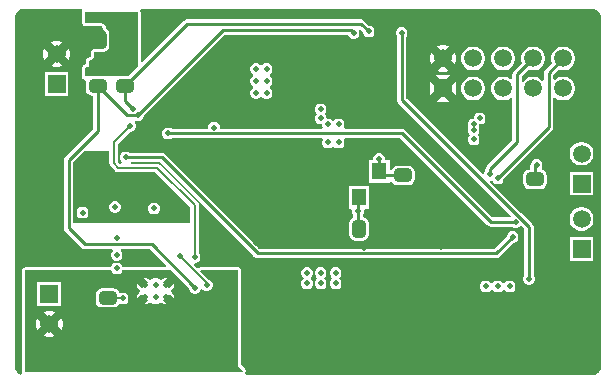
<source format=gbl>
G04*
G04 #@! TF.GenerationSoftware,Altium Limited,Altium Designer,21.9.2 (33)*
G04*
G04 Layer_Physical_Order=4*
G04 Layer_Color=16711680*
%FSLAX25Y25*%
%MOIN*%
G70*
G04*
G04 #@! TF.SameCoordinates,C0BA0E73-4C5D-4CFB-B628-C4008C3DC592*
G04*
G04*
G04 #@! TF.FilePolarity,Positive*
G04*
G01*
G75*
%ADD10C,0.01000*%
%ADD15C,0.00800*%
G04:AMPARAMS|DCode=31|XSize=43.7mil|YSize=57.87mil|CornerRadius=9.83mil|HoleSize=0mil|Usage=FLASHONLY|Rotation=90.000|XOffset=0mil|YOffset=0mil|HoleType=Round|Shape=RoundedRectangle|*
%AMROUNDEDRECTD31*
21,1,0.04370,0.03821,0,0,90.0*
21,1,0.02404,0.05787,0,0,90.0*
1,1,0.01967,0.01910,0.01202*
1,1,0.01967,0.01910,-0.01202*
1,1,0.01967,-0.01910,-0.01202*
1,1,0.01967,-0.01910,0.01202*
%
%ADD31ROUNDEDRECTD31*%
G04:AMPARAMS|DCode=32|XSize=43.7mil|YSize=57.87mil|CornerRadius=9.83mil|HoleSize=0mil|Usage=FLASHONLY|Rotation=180.000|XOffset=0mil|YOffset=0mil|HoleType=Round|Shape=RoundedRectangle|*
%AMROUNDEDRECTD32*
21,1,0.04370,0.03821,0,0,180.0*
21,1,0.02404,0.05787,0,0,180.0*
1,1,0.01967,-0.01202,0.01910*
1,1,0.01967,0.01202,0.01910*
1,1,0.01967,0.01202,-0.01910*
1,1,0.01967,-0.01202,-0.01910*
%
%ADD32ROUNDEDRECTD32*%
%ADD59C,0.01155*%
%ADD66C,0.01968*%
%ADD67R,0.05906X0.05906*%
%ADD68C,0.05906*%
%ADD69R,0.05906X0.05906*%
%ADD75R,0.04724X0.05512*%
G36*
X195364Y123847D02*
X195903Y123624D01*
X196387Y123300D01*
X196800Y122887D01*
X197124Y122403D01*
X197347Y121864D01*
X197461Y121292D01*
Y121000D01*
Y5000D01*
Y4708D01*
X197347Y4136D01*
X197124Y3598D01*
X196800Y3112D01*
X196387Y2700D01*
X195903Y2376D01*
X195364Y2153D01*
X194792Y2039D01*
X79009D01*
X78742Y2539D01*
X78789Y2610D01*
X78789Y2610D01*
X78980Y3072D01*
X78980Y3072D01*
X79058Y3462D01*
X78980Y3852D01*
X78759Y4183D01*
X77520Y5422D01*
Y37000D01*
X77442Y37390D01*
X77221Y37721D01*
X76890Y37942D01*
X76500Y38020D01*
X64172D01*
X63782Y37942D01*
X63451Y37721D01*
X62829Y37690D01*
X61778Y38740D01*
X61986Y39240D01*
X62395D01*
X63124Y39542D01*
X63682Y40100D01*
X63984Y40830D01*
Y41619D01*
X63682Y42348D01*
X63427Y42603D01*
Y58500D01*
X63427Y58500D01*
X63319Y59046D01*
X63009Y59509D01*
X50509Y72009D01*
X50046Y72319D01*
X49500Y72427D01*
X49500Y72427D01*
X40964D01*
X40712Y72927D01*
X40744Y72971D01*
X50366D01*
X81919Y41419D01*
X82415Y41087D01*
X83000Y40971D01*
X162500D01*
X163085Y41087D01*
X163581Y41419D01*
X168179Y46016D01*
X168395D01*
X169124Y46318D01*
X169682Y46876D01*
X169984Y47605D01*
Y48395D01*
X169682Y49124D01*
X169124Y49682D01*
X168395Y49984D01*
X167605D01*
X166876Y49682D01*
X166318Y49124D01*
X166016Y48395D01*
Y48179D01*
X161866Y44029D01*
X83634D01*
X52081Y75581D01*
X51585Y75913D01*
X51000Y76029D01*
X40277D01*
X40124Y76182D01*
X39395Y76484D01*
X38605D01*
X37876Y76182D01*
X37318Y75624D01*
X37016Y74895D01*
Y74105D01*
X37318Y73376D01*
X37766Y72927D01*
X37611Y72427D01*
X37091D01*
X36427Y73091D01*
Y78909D01*
X40534Y83016D01*
X40895D01*
X41624Y83318D01*
X42182Y83876D01*
X42484Y84605D01*
Y85395D01*
X42182Y86124D01*
X42048Y86258D01*
X42193Y86820D01*
X42489Y86916D01*
X42848Y86767D01*
X43637D01*
X44367Y87069D01*
X44925Y87628D01*
X45227Y88357D01*
Y88573D01*
X72124Y115471D01*
X113072D01*
X113318Y114876D01*
X113876Y114318D01*
X114605Y114016D01*
X115395D01*
X116124Y114318D01*
X116682Y114876D01*
X116984Y115605D01*
Y116395D01*
X116807Y116823D01*
X117231Y117106D01*
X118016Y116321D01*
Y116105D01*
X118318Y115376D01*
X118876Y114818D01*
X119605Y114516D01*
X120395D01*
X121124Y114818D01*
X121682Y115376D01*
X121984Y116105D01*
Y116895D01*
X121682Y117624D01*
X121124Y118182D01*
X120395Y118484D01*
X120179D01*
X118581Y120081D01*
X118085Y120413D01*
X117500Y120529D01*
X59423D01*
X58838Y120413D01*
X58342Y120081D01*
X44482Y106221D01*
X44020Y106413D01*
Y123000D01*
X43942Y123390D01*
X43895Y123461D01*
X44162Y123961D01*
X194792D01*
X195364Y123847D01*
D02*
G37*
G36*
X24605Y123461D02*
X24558Y123390D01*
X24480Y123000D01*
Y119412D01*
X24515Y119237D01*
X24543Y119061D01*
X24554Y119043D01*
X24558Y119022D01*
X24657Y118874D01*
X24750Y118722D01*
X24767Y118709D01*
X24779Y118691D01*
X24927Y118592D01*
X25071Y118487D01*
X25092Y118482D01*
X25110Y118470D01*
X25284Y118435D01*
X25458Y118393D01*
X31066Y118160D01*
X31066D01*
X31112Y118148D01*
X31162Y118146D01*
X31200Y118113D01*
X31209Y118108D01*
X31210Y118106D01*
X31255Y118066D01*
X31288Y118015D01*
X31315Y117986D01*
X31483Y117724D01*
X31494Y117696D01*
X31531Y117638D01*
X31525Y117570D01*
X31529Y117541D01*
X31527Y117517D01*
X31532Y117465D01*
X31524Y117423D01*
X31534Y117372D01*
X31530Y117317D01*
X31530Y117309D01*
X31549Y117251D01*
X31548Y117245D01*
X31553Y117229D01*
Y117200D01*
X31561Y117160D01*
X31569Y117142D01*
X31571Y117121D01*
X31591Y117085D01*
X31602Y117033D01*
X31611Y117009D01*
X31634Y116975D01*
X31669Y116866D01*
X31697Y116832D01*
X31714Y116792D01*
X31795Y116711D01*
X31814Y116675D01*
X31831Y116656D01*
X31877Y116619D01*
X31925Y116562D01*
X31958Y116536D01*
X31983Y116523D01*
X31995Y116511D01*
X32001Y116508D01*
X32044Y116465D01*
X32320Y116281D01*
X32320Y116281D01*
X32533Y115962D01*
X32628Y115486D01*
Y111865D01*
X32596Y111705D01*
X32596Y111705D01*
X32533Y111389D01*
X32320Y111070D01*
X32071Y110904D01*
X32071Y110904D01*
X32002Y110857D01*
X31525Y110763D01*
X29322D01*
X29152Y110796D01*
X29103D01*
X29097Y110799D01*
X29073Y110799D01*
X29037Y110810D01*
X28999Y110813D01*
X28961Y110810D01*
X28937Y110815D01*
X28937D01*
X28898Y110807D01*
X28853Y110811D01*
X28838Y110810D01*
X28802Y110799D01*
X28699Y110799D01*
X28690Y110797D01*
X28684Y110794D01*
X28682D01*
X28644Y110779D01*
X28603Y110775D01*
X28600Y110773D01*
X28593Y110773D01*
X28585Y110770D01*
X28495Y110722D01*
X28459Y110715D01*
X28444Y110709D01*
X28444Y110709D01*
X28444Y110709D01*
X28393Y110675D01*
X28315Y110642D01*
X28282Y110621D01*
X28281Y110619D01*
X28264Y110612D01*
X28264Y110612D01*
X28235Y110583D01*
X28235Y110583D01*
X28233Y110581D01*
X28230Y110577D01*
X28187Y110555D01*
X27905Y110323D01*
X27875Y110286D01*
X27870Y110283D01*
X27854Y110264D01*
X27823Y110243D01*
X27795Y110216D01*
X27748Y110145D01*
X27704Y110102D01*
X27696Y110089D01*
X27682Y110055D01*
X27617Y109976D01*
X27613Y109968D01*
X27611Y109961D01*
X27609Y109959D01*
X27597Y109919D01*
X27574Y109885D01*
X27573Y109882D01*
X27569Y109877D01*
X27566Y109868D01*
X27548Y109775D01*
X27532Y109747D01*
X27532Y109747D01*
X27532Y109741D01*
X27529Y109736D01*
X27524Y109721D01*
X27518Y109660D01*
X27494Y109578D01*
X27490Y109540D01*
X27494Y109502D01*
X27489Y109478D01*
X27490Y109473D01*
X27480Y109425D01*
Y108185D01*
X27480Y108185D01*
X27277Y108145D01*
X27277Y108145D01*
X27078Y108105D01*
X26910Y107992D01*
X26910Y107992D01*
X26910Y107992D01*
X26422Y107667D01*
X26310Y107498D01*
X26310Y107498D01*
X26310Y107498D01*
X25984Y107011D01*
X25830Y106237D01*
Y105600D01*
X25822Y105588D01*
X25798Y105532D01*
X25742Y105508D01*
X25730Y105500D01*
X25730Y105500D01*
X25600D01*
X25502Y105480D01*
X25401D01*
X25318Y105464D01*
X25225Y105425D01*
X25210Y105422D01*
X25198Y105414D01*
X24950Y105312D01*
X24669Y105030D01*
X24566Y104783D01*
X24558Y104770D01*
X24555Y104755D01*
X24517Y104663D01*
X24500Y104579D01*
Y104479D01*
X24480Y104380D01*
Y102500D01*
Y101500D01*
X24558Y101110D01*
X24779Y100779D01*
X25110Y100558D01*
X25500Y100480D01*
X25537D01*
X25917Y99980D01*
X25830Y99544D01*
Y97140D01*
X25984Y96367D01*
X26422Y95710D01*
X27078Y95272D01*
X27852Y95118D01*
X28233D01*
Y83896D01*
X18919Y74581D01*
X18587Y74085D01*
X18471Y73500D01*
Y51000D01*
X18587Y50415D01*
X18919Y49919D01*
X24419Y44419D01*
X24915Y44087D01*
X25500Y43971D01*
X34457D01*
X34664Y43471D01*
X34318Y43124D01*
X34016Y42395D01*
Y41605D01*
X34318Y40876D01*
X34876Y40318D01*
X35605Y40016D01*
X36395D01*
X37124Y40318D01*
X37682Y40876D01*
X37984Y41605D01*
Y42395D01*
X37682Y43124D01*
X37336Y43471D01*
X37543Y43971D01*
X47045D01*
X52534Y38482D01*
X52342Y38020D01*
X37941D01*
X37933Y38018D01*
X37682Y38624D01*
X37124Y39182D01*
X36395Y39484D01*
X35605D01*
X34876Y39182D01*
X34318Y38624D01*
X34067Y38018D01*
X34059Y38020D01*
X6153D01*
X5962Y38058D01*
X5572Y37980D01*
X5110Y37789D01*
X5110Y37789D01*
X4779Y37568D01*
X4558Y37237D01*
X4480Y36847D01*
Y3000D01*
X4558Y2610D01*
X4582Y2574D01*
X4281Y2124D01*
X4136Y2153D01*
X3598Y2376D01*
X3112Y2700D01*
X2700Y3113D01*
X2376Y3598D01*
X2153Y4136D01*
X2039Y4708D01*
Y5000D01*
Y121000D01*
Y121292D01*
X2153Y121864D01*
X2376Y122403D01*
X2700Y122887D01*
X3113Y123300D01*
X3598Y123624D01*
X4136Y123847D01*
X4708Y123961D01*
X24338D01*
X24605Y123461D01*
D02*
G37*
G36*
X43000Y104740D02*
X39826Y101566D01*
X36855D01*
X36523Y101500D01*
X32005D01*
X31673Y101566D01*
X27852D01*
X27520Y101500D01*
X25500D01*
Y104380D01*
X25517Y104464D01*
X25600Y104480D01*
X25730D01*
X25828Y104500D01*
X25929D01*
X26012Y104517D01*
X26105Y104555D01*
X26120Y104558D01*
X26132Y104566D01*
X26380Y104669D01*
X26661Y104950D01*
X26764Y105198D01*
X26772Y105210D01*
X26775Y105225D01*
X26813Y105318D01*
X26830Y105402D01*
Y105502D01*
X26850Y105600D01*
Y106136D01*
X26944Y106613D01*
X27157Y106931D01*
X27157Y106932D01*
X27157Y106932D01*
X27476Y107145D01*
X27476Y107145D01*
D01*
X27679Y107185D01*
X27772Y107223D01*
X27871Y107243D01*
X27954Y107299D01*
X28047Y107337D01*
X28118Y107408D01*
X28201Y107464D01*
X28257Y107548D01*
X28328Y107619D01*
X28367Y107711D01*
X28422Y107795D01*
X28442Y107893D01*
X28480Y107986D01*
Y108087D01*
X28500Y108185D01*
Y109425D01*
Y109425D01*
X28504Y109440D01*
Y109440D01*
X28505Y109440D01*
X28508Y109479D01*
X28512Y109487D01*
X28516Y109495D01*
X28544Y109522D01*
X28552Y109535D01*
X28834Y109767D01*
X28835Y109767D01*
X28835Y109767D01*
X28835D01*
X28849Y109773D01*
X28881Y109795D01*
X28889Y109797D01*
X28899Y109799D01*
X28937Y109795D01*
X28937D01*
X28937D01*
X28953Y109797D01*
X29124Y109763D01*
X29124D01*
X29222Y109743D01*
X31626D01*
X31724Y109763D01*
X31724D01*
X31951Y109808D01*
X32399Y109897D01*
X32568Y110010D01*
X32568Y110010D01*
X32568Y110010D01*
D01*
X32638Y110056D01*
X32887Y110222D01*
X32887Y110222D01*
X32887Y110222D01*
X33055Y110335D01*
X33168Y110504D01*
X33168Y110504D01*
X33322Y110734D01*
X33494Y110991D01*
X33596Y111506D01*
X33628Y111667D01*
Y111667D01*
X33648Y111765D01*
Y115586D01*
X33628Y115684D01*
Y115684D01*
X33583Y115911D01*
X33494Y116360D01*
X33381Y116528D01*
X33381Y116528D01*
X33168Y116847D01*
X33168Y116847D01*
X33055Y117016D01*
X32887Y117128D01*
X32887Y117128D01*
X32887D01*
X32776Y117203D01*
X32610Y117313D01*
X32594Y117333D01*
X32561Y117359D01*
X32553Y117399D01*
X32544Y117423D01*
X32543Y117430D01*
X32551Y117527D01*
X32551Y117529D01*
X32551Y117532D01*
X32553Y117558D01*
X32538Y117687D01*
X32541Y117818D01*
X32515Y117883D01*
X32507Y117953D01*
X32444Y118067D01*
X32396Y118189D01*
X32120Y118620D01*
X32023Y118722D01*
X31938Y118834D01*
X31843Y118918D01*
X31715Y118993D01*
X31595Y119080D01*
X31545Y119093D01*
X31500Y119119D01*
X31353Y119139D01*
X31209Y119174D01*
X25500Y119412D01*
Y123000D01*
X43000D01*
Y104740D01*
D02*
G37*
G36*
X33573Y72500D02*
X33573Y72500D01*
X33681Y71954D01*
X33991Y71491D01*
X35491Y69991D01*
X35954Y69681D01*
X36500Y69573D01*
X36500Y69573D01*
X48909D01*
X60573Y57909D01*
Y52500D01*
X21529D01*
Y72866D01*
X25163Y76500D01*
X33573D01*
Y72500D01*
D02*
G37*
G36*
X6000Y37000D02*
X34059D01*
X34318Y36376D01*
X34876Y35818D01*
X35605Y35516D01*
X36395D01*
X37124Y35818D01*
X37682Y36376D01*
X37941Y37000D01*
X54015D01*
X60129Y30887D01*
Y30671D01*
X60431Y29941D01*
X60989Y29383D01*
X61718Y29081D01*
X62508D01*
X63237Y29383D01*
X63795Y29941D01*
X64024Y30494D01*
X64520Y30624D01*
X64575Y30618D01*
X64958Y30236D01*
X65687Y29934D01*
X66476D01*
X67206Y30236D01*
X67764Y30794D01*
X68066Y31524D01*
Y32313D01*
X67764Y33042D01*
X67206Y33601D01*
X66715Y33804D01*
X63981Y36538D01*
X64172Y37000D01*
X76500D01*
Y5000D01*
X78038Y3462D01*
X77847Y3000D01*
X5500D01*
Y36847D01*
X5962Y37038D01*
X6000Y37000D01*
D02*
G37*
%LPC*%
G36*
X145420Y111953D02*
X144247D01*
X143115Y111649D01*
X142919Y111536D01*
X144833Y109621D01*
X146748Y111536D01*
X146552Y111649D01*
X145420Y111953D01*
D02*
G37*
G36*
X148869Y109415D02*
X146955Y107500D01*
X148869Y105585D01*
X148983Y105781D01*
X149286Y106914D01*
Y108086D01*
X148983Y109219D01*
X148869Y109415D01*
D02*
G37*
G36*
X140797Y109415D02*
X140684Y109219D01*
X140381Y108086D01*
Y106914D01*
X140684Y105781D01*
X140797Y105585D01*
X142712Y107500D01*
X140797Y109415D01*
D02*
G37*
G36*
X86395Y105984D02*
X85605D01*
X84876Y105682D01*
X84577Y105383D01*
X84250Y105168D01*
X83923Y105383D01*
X83624Y105682D01*
X82895Y105984D01*
X82105D01*
X81376Y105682D01*
X80818Y105124D01*
X80516Y104395D01*
Y103605D01*
X80818Y102876D01*
X81376Y102318D01*
X81490Y102271D01*
Y101729D01*
X81376Y101682D01*
X80818Y101124D01*
X80516Y100395D01*
Y99605D01*
X80818Y98876D01*
X81376Y98318D01*
X81490Y98271D01*
Y97729D01*
X81376Y97682D01*
X80818Y97124D01*
X80516Y96395D01*
Y95605D01*
X80818Y94876D01*
X81376Y94318D01*
X82105Y94016D01*
X82895D01*
X83624Y94318D01*
X83923Y94617D01*
X84250Y94832D01*
X84577Y94617D01*
X84876Y94318D01*
X85605Y94016D01*
X86395D01*
X87124Y94318D01*
X87682Y94876D01*
X87984Y95605D01*
Y96395D01*
X87682Y97124D01*
X87124Y97682D01*
X87010Y97729D01*
Y98271D01*
X87124Y98318D01*
X87682Y98876D01*
X87984Y99605D01*
Y100395D01*
X87682Y101124D01*
X87124Y101682D01*
X87010Y101729D01*
Y102271D01*
X87124Y102318D01*
X87682Y102876D01*
X87984Y103605D01*
Y104395D01*
X87682Y105124D01*
X87124Y105682D01*
X86395Y105984D01*
D02*
G37*
G36*
X131395Y117984D02*
X130605D01*
X129876Y117682D01*
X129318Y117124D01*
X129016Y116395D01*
Y115605D01*
X129318Y114876D01*
X129471Y114723D01*
Y93806D01*
X129587Y93221D01*
X129919Y92725D01*
X167614Y55029D01*
X167407Y54529D01*
X161287D01*
X132235Y83581D01*
X131739Y83913D01*
X131154Y84029D01*
X111989D01*
X111746Y84529D01*
X111984Y85105D01*
Y85895D01*
X111682Y86624D01*
X111124Y87182D01*
X110395Y87484D01*
X109605D01*
X108876Y87182D01*
X108577Y86883D01*
X108250Y86668D01*
X107923Y86883D01*
X107624Y87182D01*
X106895Y87484D01*
X106105D01*
X105984Y87877D01*
Y87895D01*
X105682Y88624D01*
X105306Y89000D01*
X105682Y89376D01*
X105984Y90105D01*
Y90895D01*
X105682Y91624D01*
X105124Y92182D01*
X104395Y92484D01*
X103605D01*
X102876Y92182D01*
X102318Y91624D01*
X102016Y90895D01*
Y90105D01*
X102318Y89376D01*
X102694Y89000D01*
X102318Y88624D01*
X102016Y87895D01*
Y87105D01*
X102318Y86376D01*
X102876Y85818D01*
X103605Y85516D01*
X104395D01*
X104516Y85123D01*
Y85105D01*
X104754Y84529D01*
X104511Y84029D01*
X70525D01*
X70484Y84090D01*
Y84879D01*
X70182Y85608D01*
X69624Y86166D01*
X68895Y86468D01*
X68105D01*
X67376Y86166D01*
X66818Y85608D01*
X66516Y84879D01*
Y84090D01*
X66475Y84029D01*
X54547D01*
X54394Y84182D01*
X53665Y84484D01*
X52876D01*
X52146Y84182D01*
X51588Y83624D01*
X51286Y82895D01*
Y82105D01*
X51588Y81376D01*
X52146Y80818D01*
X52876Y80516D01*
X53665D01*
X54394Y80818D01*
X54547Y80971D01*
X104511D01*
X104754Y80471D01*
X104516Y79895D01*
Y79105D01*
X104818Y78376D01*
X105376Y77818D01*
X106105Y77516D01*
X106895D01*
X107624Y77818D01*
X107923Y78117D01*
X108250Y78332D01*
X108577Y78117D01*
X108876Y77818D01*
X109605Y77516D01*
X110395D01*
X111124Y77818D01*
X111682Y78376D01*
X111984Y79105D01*
Y79895D01*
X111746Y80471D01*
X111989Y80971D01*
X130520D01*
X159572Y51919D01*
X160068Y51587D01*
X160654Y51471D01*
X167723D01*
X167876Y51318D01*
X168605Y51016D01*
X169395D01*
X170124Y51318D01*
X170682Y51876D01*
X170753Y51890D01*
X171971Y50673D01*
Y35277D01*
X171818Y35124D01*
X171516Y34395D01*
Y33605D01*
X171818Y32876D01*
X172376Y32318D01*
X173105Y32016D01*
X173895D01*
X174624Y32318D01*
X175182Y32876D01*
X175484Y33605D01*
Y34395D01*
X175182Y35124D01*
X175029Y35277D01*
Y51306D01*
X174913Y51891D01*
X174581Y52388D01*
X172066Y54903D01*
X172066Y54903D01*
X170903Y56066D01*
X170903Y56066D01*
X160632Y66337D01*
X160834Y66842D01*
X161122Y66848D01*
X161318Y66376D01*
X161876Y65818D01*
X162605Y65516D01*
X163395D01*
X164124Y65818D01*
X164682Y66376D01*
X164984Y67105D01*
Y67210D01*
X181137Y83363D01*
X181486Y83885D01*
X181608Y84500D01*
Y94428D01*
X182108Y94635D01*
X182406Y94337D01*
X183308Y93817D01*
X184313Y93547D01*
X185354D01*
X186359Y93817D01*
X187260Y94337D01*
X187996Y95073D01*
X188517Y95974D01*
X188786Y96980D01*
Y98020D01*
X188517Y99026D01*
X187996Y99927D01*
X187260Y100663D01*
X186359Y101183D01*
X185354Y101453D01*
X184313D01*
X183308Y101183D01*
X182406Y100663D01*
X182108Y100365D01*
X181608Y100572D01*
Y102000D01*
X183400Y103792D01*
X184313Y103547D01*
X185354D01*
X186359Y103817D01*
X187260Y104337D01*
X187996Y105073D01*
X188517Y105974D01*
X188786Y106980D01*
Y108020D01*
X188517Y109026D01*
X187996Y109927D01*
X187260Y110663D01*
X186359Y111183D01*
X185354Y111453D01*
X184313D01*
X183308Y111183D01*
X182406Y110663D01*
X181670Y109927D01*
X181150Y109026D01*
X180880Y108020D01*
Y106980D01*
X181125Y106067D01*
X178863Y103804D01*
X178514Y103282D01*
X178392Y102667D01*
Y100180D01*
X177892Y100032D01*
X177260Y100663D01*
X176359Y101183D01*
X175354Y101453D01*
X174313D01*
X173308Y101183D01*
X172406Y100663D01*
X171670Y99927D01*
X171608Y99820D01*
X171108Y99954D01*
Y101500D01*
X173400Y103792D01*
X174313Y103547D01*
X175354D01*
X176359Y103817D01*
X177260Y104337D01*
X177996Y105073D01*
X178517Y105974D01*
X178786Y106980D01*
Y108020D01*
X178517Y109026D01*
X177996Y109927D01*
X177260Y110663D01*
X176359Y111183D01*
X175354Y111453D01*
X174313D01*
X173308Y111183D01*
X172406Y110663D01*
X171670Y109927D01*
X171150Y109026D01*
X170880Y108020D01*
Y106980D01*
X171125Y106067D01*
X168363Y103304D01*
X168014Y102782D01*
X167892Y102167D01*
Y100685D01*
X167430Y100494D01*
X167260Y100663D01*
X166359Y101183D01*
X165354Y101453D01*
X164313D01*
X163308Y101183D01*
X162406Y100663D01*
X161670Y99927D01*
X161150Y99026D01*
X160880Y98020D01*
Y96980D01*
X161150Y95974D01*
X161670Y95073D01*
X162406Y94337D01*
X163308Y93817D01*
X164313Y93547D01*
X165354D01*
X166359Y93817D01*
X167260Y94337D01*
X167430Y94506D01*
X167892Y94315D01*
Y80166D01*
X159363Y71637D01*
X159014Y71115D01*
X158892Y70500D01*
Y70198D01*
X158818Y70124D01*
X158516Y69395D01*
Y69160D01*
X158016Y68953D01*
X132529Y94440D01*
Y114723D01*
X132682Y114876D01*
X132984Y115605D01*
Y116395D01*
X132682Y117124D01*
X132124Y117682D01*
X131395Y117984D01*
D02*
G37*
G36*
X165354Y111453D02*
X164313D01*
X163308Y111183D01*
X162406Y110663D01*
X161670Y109927D01*
X161150Y109026D01*
X160880Y108020D01*
Y106980D01*
X161150Y105974D01*
X161670Y105073D01*
X162406Y104337D01*
X163308Y103817D01*
X164313Y103547D01*
X165354D01*
X166359Y103817D01*
X167260Y104337D01*
X167996Y105073D01*
X168517Y105974D01*
X168786Y106980D01*
Y108020D01*
X168517Y109026D01*
X167996Y109927D01*
X167260Y110663D01*
X166359Y111183D01*
X165354Y111453D01*
D02*
G37*
G36*
X155354D02*
X154313D01*
X153308Y111183D01*
X152406Y110663D01*
X151670Y109927D01*
X151150Y109026D01*
X150881Y108020D01*
Y106980D01*
X151150Y105974D01*
X151670Y105073D01*
X152406Y104337D01*
X153308Y103817D01*
X154313Y103547D01*
X155354D01*
X156359Y103817D01*
X157260Y104337D01*
X157996Y105073D01*
X158517Y105974D01*
X158786Y106980D01*
Y108020D01*
X158517Y109026D01*
X157996Y109927D01*
X157260Y110663D01*
X156359Y111183D01*
X155354Y111453D01*
D02*
G37*
G36*
X144833Y105379D02*
X142919Y103464D01*
X143115Y103351D01*
X144247Y103047D01*
X145420D01*
X146552Y103351D01*
X146748Y103464D01*
X144833Y105379D01*
D02*
G37*
G36*
X147165Y101953D02*
X142502D01*
X144833Y99621D01*
X147165Y101953D01*
D02*
G37*
G36*
X149286Y99831D02*
X146955Y97500D01*
X149286Y95169D01*
Y99831D01*
D02*
G37*
G36*
X140381Y99831D02*
Y95169D01*
X142712Y97500D01*
X140381Y99831D01*
D02*
G37*
G36*
X155354Y101453D02*
X154313D01*
X153308Y101183D01*
X152406Y100663D01*
X151670Y99927D01*
X151150Y99026D01*
X150881Y98020D01*
Y96980D01*
X151150Y95974D01*
X151670Y95073D01*
X152406Y94337D01*
X153308Y93817D01*
X154313Y93547D01*
X155354D01*
X156359Y93817D01*
X157260Y94337D01*
X157996Y95073D01*
X158517Y95974D01*
X158786Y96980D01*
Y98020D01*
X158517Y99026D01*
X157996Y99927D01*
X157260Y100663D01*
X156359Y101183D01*
X155354Y101453D01*
D02*
G37*
G36*
X144833Y95379D02*
X142502Y93047D01*
X147165D01*
X144833Y95379D01*
D02*
G37*
G36*
X157395Y89484D02*
X156605D01*
X155876Y89182D01*
X155318Y88624D01*
X155016Y87895D01*
Y87484D01*
X154605D01*
X153876Y87182D01*
X153318Y86624D01*
X153016Y85895D01*
Y85105D01*
X153267Y84500D01*
X153016Y83895D01*
Y83105D01*
X153318Y82376D01*
X153694Y82000D01*
X153318Y81624D01*
X153016Y80895D01*
Y80105D01*
X153318Y79376D01*
X153876Y78818D01*
X154605Y78516D01*
X155395D01*
X156124Y78818D01*
X156682Y79376D01*
X156984Y80105D01*
Y80895D01*
X156682Y81624D01*
X156306Y82000D01*
X156682Y82376D01*
X156984Y83105D01*
Y83895D01*
X156734Y84500D01*
X156984Y85105D01*
Y85516D01*
X157395D01*
X158124Y85818D01*
X158682Y86376D01*
X158984Y87105D01*
Y87895D01*
X158682Y88624D01*
X158124Y89182D01*
X157395Y89484D01*
D02*
G37*
G36*
X191520Y79741D02*
X190480D01*
X189474Y79472D01*
X188573Y78951D01*
X187837Y78215D01*
X187317Y77314D01*
X187047Y76309D01*
Y75268D01*
X187317Y74263D01*
X187837Y73361D01*
X188573Y72625D01*
X189474Y72105D01*
X190480Y71836D01*
X191520D01*
X192526Y72105D01*
X193427Y72625D01*
X194163Y73361D01*
X194683Y74263D01*
X194953Y75268D01*
Y76309D01*
X194683Y77314D01*
X194163Y78215D01*
X193427Y78951D01*
X192526Y79472D01*
X191520Y79741D01*
D02*
G37*
G36*
X123895Y75984D02*
X123105D01*
X122376Y75682D01*
X121818Y75124D01*
X121516Y74395D01*
Y73605D01*
X121503Y73587D01*
X120266D01*
Y66075D01*
X126990D01*
Y66971D01*
X127525D01*
X127613Y66524D01*
X128052Y65868D01*
X128708Y65430D01*
X129481Y65276D01*
X133302D01*
X134076Y65430D01*
X134732Y65868D01*
X135171Y66524D01*
X135325Y67298D01*
Y69702D01*
X135171Y70476D01*
X134732Y71132D01*
X134076Y71570D01*
X133302Y71724D01*
X129481D01*
X128708Y71570D01*
X128052Y71132D01*
X127613Y70476D01*
X127525Y70029D01*
X126990D01*
Y73587D01*
X125497D01*
X125484Y73605D01*
Y74395D01*
X125182Y75124D01*
X124624Y75682D01*
X123895Y75984D01*
D02*
G37*
G36*
X176395Y73984D02*
X175605D01*
X174876Y73682D01*
X174318Y73124D01*
X174016Y72395D01*
Y72148D01*
X173971Y71921D01*
Y70417D01*
X173590D01*
X172816Y70263D01*
X172160Y69824D01*
X171721Y69169D01*
X171567Y68395D01*
Y65991D01*
X171721Y65217D01*
X172160Y64561D01*
X172816Y64123D01*
X173590Y63969D01*
X177410D01*
X178184Y64123D01*
X178840Y64561D01*
X179279Y65217D01*
X179432Y65991D01*
Y68395D01*
X179279Y69169D01*
X178840Y69824D01*
X178184Y70263D01*
X177844Y70331D01*
X177679Y70873D01*
X177682Y70876D01*
X177984Y71605D01*
Y72395D01*
X177682Y73124D01*
X177124Y73682D01*
X176395Y73984D01*
D02*
G37*
G36*
X194953Y69741D02*
X187047D01*
Y61836D01*
X194953D01*
Y69741D01*
D02*
G37*
G36*
X191520Y57953D02*
X190480D01*
X189474Y57683D01*
X188573Y57163D01*
X187837Y56427D01*
X187317Y55526D01*
X187047Y54520D01*
Y53480D01*
X187317Y52474D01*
X187837Y51573D01*
X188573Y50837D01*
X189474Y50317D01*
X190480Y50047D01*
X191520D01*
X192526Y50317D01*
X193427Y50837D01*
X194163Y51573D01*
X194683Y52474D01*
X194953Y53480D01*
Y54520D01*
X194683Y55526D01*
X194163Y56427D01*
X193427Y57163D01*
X192526Y57683D01*
X191520Y57953D01*
D02*
G37*
G36*
X120100Y64925D02*
X113376D01*
Y57413D01*
X114281D01*
X114558Y56998D01*
X114516Y56895D01*
Y56105D01*
X114818Y55376D01*
X114971Y55223D01*
Y54449D01*
X114831Y54421D01*
X114175Y53983D01*
X113737Y53327D01*
X113583Y52553D01*
Y48732D01*
X113737Y47958D01*
X114175Y47302D01*
X114831Y46864D01*
X115605Y46710D01*
X118009D01*
X118783Y46864D01*
X119439Y47302D01*
X119877Y47958D01*
X120031Y48732D01*
Y52553D01*
X119877Y53327D01*
X119439Y53983D01*
X118783Y54421D01*
X118029Y54571D01*
Y55223D01*
X118182Y55376D01*
X118484Y56105D01*
Y56895D01*
X118442Y56998D01*
X118719Y57413D01*
X120100D01*
Y64925D01*
D02*
G37*
G36*
X194953Y47953D02*
X187047D01*
Y40047D01*
X194953D01*
Y47953D01*
D02*
G37*
G36*
X167395Y33484D02*
X166605D01*
X165876Y33182D01*
X165318Y32624D01*
X165271Y32510D01*
X164729D01*
X164682Y32624D01*
X164124Y33182D01*
X163395Y33484D01*
X162605D01*
X161876Y33182D01*
X161318Y32624D01*
X161271Y32510D01*
X160729D01*
X160682Y32624D01*
X160124Y33182D01*
X159395Y33484D01*
X158605D01*
X157876Y33182D01*
X157318Y32624D01*
X157016Y31895D01*
Y31105D01*
X157318Y30376D01*
X157876Y29818D01*
X158605Y29516D01*
X159395D01*
X160124Y29818D01*
X160682Y30376D01*
X160729Y30490D01*
X161271D01*
X161318Y30376D01*
X161876Y29818D01*
X162605Y29516D01*
X163395D01*
X164124Y29818D01*
X164682Y30376D01*
X164729Y30490D01*
X165271D01*
X165318Y30376D01*
X165876Y29818D01*
X166605Y29516D01*
X167395D01*
X168124Y29818D01*
X168682Y30376D01*
X168984Y31105D01*
Y31895D01*
X168682Y32624D01*
X168124Y33182D01*
X167395Y33484D01*
D02*
G37*
G36*
X109395Y37984D02*
X108605D01*
X107876Y37682D01*
X107318Y37124D01*
X107016Y36395D01*
Y35605D01*
X107318Y34876D01*
X107617Y34577D01*
X107832Y34250D01*
X107617Y33923D01*
X107318Y33624D01*
X107016Y32895D01*
Y32105D01*
X107318Y31376D01*
X107876Y30818D01*
X108605Y30516D01*
X109395D01*
X110124Y30818D01*
X110682Y31376D01*
X110984Y32105D01*
Y32895D01*
X110682Y33624D01*
X110383Y33923D01*
X110169Y34250D01*
X110383Y34577D01*
X110682Y34876D01*
X110984Y35605D01*
Y36395D01*
X110682Y37124D01*
X110124Y37682D01*
X109395Y37984D01*
D02*
G37*
G36*
X104395D02*
X103605D01*
X102876Y37682D01*
X102318Y37124D01*
X102016Y36395D01*
Y35605D01*
X102318Y34876D01*
X102617Y34577D01*
X102831Y34250D01*
X102617Y33923D01*
X102318Y33624D01*
X102016Y32895D01*
Y32105D01*
X102318Y31376D01*
X102876Y30818D01*
X103605Y30516D01*
X104395D01*
X105124Y30818D01*
X105682Y31376D01*
X105984Y32105D01*
Y32895D01*
X105682Y33624D01*
X105383Y33923D01*
X105168Y34250D01*
X105383Y34577D01*
X105682Y34876D01*
X105984Y35605D01*
Y36395D01*
X105682Y37124D01*
X105124Y37682D01*
X104395Y37984D01*
D02*
G37*
G36*
X99895D02*
X99105D01*
X98376Y37682D01*
X97818Y37124D01*
X97516Y36395D01*
Y35605D01*
X97818Y34876D01*
X98117Y34577D01*
X98331Y34250D01*
X98117Y33923D01*
X97818Y33624D01*
X97516Y32895D01*
Y32105D01*
X97818Y31376D01*
X98376Y30818D01*
X99105Y30516D01*
X99895D01*
X100624Y30818D01*
X101182Y31376D01*
X101484Y32105D01*
Y32895D01*
X101182Y33624D01*
X100883Y33923D01*
X100669Y34250D01*
X100883Y34577D01*
X101182Y34876D01*
X101484Y35605D01*
Y36395D01*
X101182Y37124D01*
X100624Y37682D01*
X99895Y37984D01*
D02*
G37*
G36*
X16586Y113453D02*
X15414D01*
X14281Y113149D01*
X14085Y113036D01*
X16000Y111121D01*
X17915Y113036D01*
X17719Y113149D01*
X16586Y113453D01*
D02*
G37*
G36*
X11964Y110915D02*
X11851Y110719D01*
X11547Y109586D01*
Y108414D01*
X11851Y107281D01*
X11964Y107085D01*
X13879Y109000D01*
X11964Y110915D01*
D02*
G37*
G36*
X20036Y110915D02*
X18121Y109000D01*
X20036Y107085D01*
X20149Y107281D01*
X20453Y108414D01*
Y109586D01*
X20149Y110719D01*
X20036Y110915D01*
D02*
G37*
G36*
X16000Y106879D02*
X14085Y104964D01*
X14281Y104851D01*
X15414Y104547D01*
X16586D01*
X17719Y104851D01*
X17915Y104964D01*
X16000Y106879D01*
D02*
G37*
G36*
X19953Y102953D02*
X12047D01*
Y102500D01*
Y95047D01*
X19953D01*
Y102500D01*
Y102953D01*
D02*
G37*
G36*
X35895Y59984D02*
X35105D01*
X34376Y59682D01*
X33818Y59124D01*
X33516Y58395D01*
Y57605D01*
X33818Y56876D01*
X34376Y56318D01*
X35105Y56016D01*
X35895D01*
X36624Y56318D01*
X37182Y56876D01*
X37484Y57605D01*
Y58395D01*
X37182Y59124D01*
X36624Y59682D01*
X35895Y59984D01*
D02*
G37*
G36*
X48895Y59484D02*
X48105D01*
X47376Y59182D01*
X46818Y58624D01*
X46516Y57895D01*
Y57105D01*
X46818Y56376D01*
X47376Y55818D01*
X48105Y55516D01*
X48895D01*
X49624Y55818D01*
X50182Y56376D01*
X50484Y57105D01*
Y57895D01*
X50182Y58624D01*
X49624Y59182D01*
X48895Y59484D01*
D02*
G37*
G36*
X25048Y58138D02*
X24259D01*
X23530Y57836D01*
X22971Y57278D01*
X22669Y56548D01*
Y55759D01*
X22971Y55029D01*
X23530Y54471D01*
X24259Y54169D01*
X25048D01*
X25778Y54471D01*
X26336Y55029D01*
X26638Y55759D01*
Y56548D01*
X26336Y57278D01*
X25778Y57836D01*
X25048Y58138D01*
D02*
G37*
G36*
X52906Y34421D02*
X52049D01*
X51136Y34043D01*
X50772Y33679D01*
X50407Y34043D01*
X49494Y34421D01*
X48506D01*
X47593Y34043D01*
X47228Y33679D01*
X46864Y34043D01*
X45951Y34421D01*
X45094D01*
X46517Y32998D01*
X44396Y30876D01*
X42972Y32300D01*
Y31443D01*
X43351Y30530D01*
X43912Y29969D01*
X43351Y29407D01*
X42972Y28494D01*
Y27637D01*
X44396Y29061D01*
X46517Y26939D01*
X45094Y25516D01*
X45951D01*
X46864Y25894D01*
X47228Y26258D01*
X47593Y25894D01*
X48506Y25516D01*
X49494D01*
X50407Y25894D01*
X50772Y26258D01*
X51136Y25894D01*
X52049Y25516D01*
X52906D01*
X51483Y26939D01*
X53604Y29061D01*
X55028Y27637D01*
Y28494D01*
X54649Y29407D01*
X54088Y29969D01*
X54649Y30530D01*
X55028Y31443D01*
Y32300D01*
X53604Y30876D01*
X51483Y32998D01*
X52906Y34421D01*
D02*
G37*
G36*
X34910Y30948D02*
X31090D01*
X30316Y30794D01*
X29660Y30356D01*
X29221Y29700D01*
X29068Y28926D01*
Y26523D01*
X29221Y25749D01*
X29660Y25093D01*
X30316Y24654D01*
X31090Y24500D01*
X34910D01*
X35684Y24654D01*
X36340Y25093D01*
X36574Y25443D01*
X36815Y25742D01*
X37270Y25655D01*
X37605Y25516D01*
X38395D01*
X39124Y25818D01*
X39682Y26376D01*
X39984Y27105D01*
Y27895D01*
X39682Y28624D01*
X39124Y29182D01*
X38395Y29484D01*
X37605D01*
X37245Y29335D01*
X36804Y29571D01*
X36779Y29700D01*
X36340Y30356D01*
X35684Y30794D01*
X34910Y30948D01*
D02*
G37*
G36*
X17555Y32953D02*
X9649D01*
Y25047D01*
X17555D01*
Y32953D01*
D02*
G37*
G36*
X14188Y23453D02*
X13016D01*
X11883Y23149D01*
X11687Y23036D01*
X13602Y21121D01*
X15517Y23036D01*
X15321Y23149D01*
X14188Y23453D01*
D02*
G37*
G36*
X9566Y20915D02*
X9453Y20719D01*
X9149Y19586D01*
Y18414D01*
X9453Y17281D01*
X9566Y17085D01*
X11481Y19000D01*
X9566Y20915D01*
D02*
G37*
G36*
X17638Y20915D02*
X15723Y19000D01*
X17638Y17085D01*
X17751Y17281D01*
X18055Y18414D01*
Y19586D01*
X17751Y20719D01*
X17638Y20915D01*
D02*
G37*
G36*
X13602Y16879D02*
X11687Y14964D01*
X11883Y14851D01*
X13016Y14547D01*
X14188D01*
X15321Y14851D01*
X15517Y14964D01*
X13602Y16879D01*
D02*
G37*
%LPD*%
D10*
X170984Y53822D02*
X173500Y51306D01*
X131000Y93806D02*
X169822Y54984D01*
X131000Y93806D02*
Y116000D01*
X169822Y54984D02*
X169822D01*
X170984Y53822D02*
Y53822D01*
X173500Y34000D02*
Y51306D01*
X169822Y54984D02*
X170984Y53822D01*
X20000Y73500D02*
X29763Y83263D01*
X20000Y51000D02*
X25500Y45500D01*
X20000Y51000D02*
Y73500D01*
X25500Y45500D02*
X47678D01*
X62113Y31065D01*
X29763Y83263D02*
Y98342D01*
X71491Y117000D02*
X114000D01*
X43243Y88752D02*
X71491Y117000D01*
X114000D02*
X115000Y116000D01*
X117500Y119000D02*
X120000Y116500D01*
X59423Y119000D02*
X117500D01*
X38765Y98342D02*
X59423Y119000D01*
X160654Y53000D02*
X169000D01*
X131154Y82500D02*
X160654Y53000D01*
X53270Y82500D02*
X131154D01*
X83000Y42500D02*
X162500D01*
X51000Y74500D02*
X83000Y42500D01*
X39000Y74500D02*
X51000D01*
X162500Y42500D02*
X168000Y48000D01*
X175500Y71921D02*
X175579Y72000D01*
X176000D01*
X175500Y67193D02*
Y71921D01*
X123500Y55842D02*
Y61041D01*
Y50642D02*
Y55842D01*
Y61041D02*
X123628Y61169D01*
X116500Y60931D02*
X116738Y61169D01*
X116500Y56500D02*
Y60931D01*
Y50949D02*
X116807Y50642D01*
X116500Y50949D02*
Y56500D01*
X123628Y61169D02*
X124266Y61807D01*
X131392D01*
X123628Y69831D02*
X124959Y68500D01*
X131392D01*
X123500Y69959D02*
X123628Y69831D01*
X123500Y69959D02*
Y74000D01*
X29763Y98342D02*
X39589Y88516D01*
X40678D01*
X40678Y88516D01*
X42322D02*
X42558Y88752D01*
X40678Y88516D02*
X42322D01*
X42558Y88752D02*
X43243D01*
X38765Y93235D02*
X41500Y90500D01*
X38765Y93235D02*
Y98342D01*
D15*
X35000Y79500D02*
X40500Y85000D01*
X35000Y72500D02*
Y79500D01*
Y72500D02*
X36500Y71000D01*
X49500D01*
X62000Y58500D01*
Y41224D02*
Y58500D01*
X66000Y32000D02*
Y32500D01*
X57000Y41500D02*
X66000Y32500D01*
Y32000D02*
X66082Y31918D01*
X33000Y27724D02*
X37776D01*
X38000Y27500D01*
D31*
X33000Y27724D02*
D03*
Y21032D02*
D03*
X38765Y98342D02*
D03*
Y105035D02*
D03*
X29763Y98342D02*
D03*
Y105035D02*
D03*
X131392Y68500D02*
D03*
Y61807D02*
D03*
X175500Y60500D02*
D03*
Y67193D02*
D03*
D32*
X37117Y113675D02*
D03*
X30424D02*
D03*
X116807Y50642D02*
D03*
X123500D02*
D03*
D59*
X33000Y16500D02*
Y21032D01*
X175500Y60500D02*
X179500Y56500D01*
X116738Y76238D02*
X118500Y78000D01*
X116738Y69831D02*
Y76238D01*
X180000Y102667D02*
X184833Y107500D01*
X180000Y84500D02*
Y102667D01*
X163000Y67500D02*
X180000Y84500D01*
X169500Y102167D02*
X174833Y107500D01*
X169500Y79500D02*
Y102167D01*
X160500Y70500D02*
X169500Y79500D01*
X160500Y69000D02*
Y70500D01*
D66*
X52543Y31937D02*
D03*
Y28000D02*
D03*
X49000D02*
D03*
Y31937D02*
D03*
X45457Y28000D02*
D03*
Y31937D02*
D03*
X191500Y117500D02*
D03*
X194000Y112500D02*
D03*
X191500Y107500D02*
D03*
X194000Y102500D02*
D03*
X191500Y97500D02*
D03*
X194000Y92500D02*
D03*
X191500Y87500D02*
D03*
X194000Y82500D02*
D03*
X186500Y117500D02*
D03*
X189000Y112500D02*
D03*
Y102500D02*
D03*
Y92500D02*
D03*
X186500Y87500D02*
D03*
X189000Y82500D02*
D03*
X186500Y57500D02*
D03*
X181500Y117500D02*
D03*
X184000Y112500D02*
D03*
Y102500D02*
D03*
Y92500D02*
D03*
Y72500D02*
D03*
Y62500D02*
D03*
X176500Y117500D02*
D03*
X179000Y112500D02*
D03*
X171500Y117500D02*
D03*
X174000Y112500D02*
D03*
Y102500D02*
D03*
X166500Y117500D02*
D03*
X169000Y112500D02*
D03*
X161500Y117500D02*
D03*
X164000Y112500D02*
D03*
Y102500D02*
D03*
X156500Y117500D02*
D03*
X159000Y112500D02*
D03*
X151500Y117500D02*
D03*
X154000Y112500D02*
D03*
Y102500D02*
D03*
Y92500D02*
D03*
X146500Y117500D02*
D03*
X149000Y112500D02*
D03*
X146500Y57500D02*
D03*
X141500Y117500D02*
D03*
Y87500D02*
D03*
Y77500D02*
D03*
Y67500D02*
D03*
X144000Y62500D02*
D03*
X141500Y57500D02*
D03*
X136500Y117500D02*
D03*
X139000Y112500D02*
D03*
X136500Y107500D02*
D03*
X139000Y102500D02*
D03*
X136500Y97500D02*
D03*
X139000Y92500D02*
D03*
X136500Y67500D02*
D03*
X139000Y62500D02*
D03*
X136500Y57500D02*
D03*
X134000Y112500D02*
D03*
Y102500D02*
D03*
X131500Y87500D02*
D03*
Y77500D02*
D03*
Y57500D02*
D03*
X126500Y117500D02*
D03*
Y77500D02*
D03*
X124000Y112500D02*
D03*
X121500Y77500D02*
D03*
X111500Y107500D02*
D03*
X109000Y112500D02*
D03*
X106500Y107500D02*
D03*
X104000Y62500D02*
D03*
X96500Y67500D02*
D03*
X91500D02*
D03*
Y27500D02*
D03*
Y17500D02*
D03*
X94000Y12500D02*
D03*
X91500Y7500D02*
D03*
X86500Y57500D02*
D03*
X89000Y52500D02*
D03*
Y12500D02*
D03*
X81500Y87500D02*
D03*
Y67500D02*
D03*
X76500Y57500D02*
D03*
X79000Y52500D02*
D03*
X69000D02*
D03*
X44000Y82500D02*
D03*
X41500Y77500D02*
D03*
X21500Y117500D02*
D03*
X24000Y112500D02*
D03*
Y82500D02*
D03*
X16500Y117500D02*
D03*
X19000Y112500D02*
D03*
X16500Y67500D02*
D03*
Y57500D02*
D03*
X11500Y117500D02*
D03*
X14000Y72500D02*
D03*
X11500Y67500D02*
D03*
X14000Y62500D02*
D03*
X11500Y57500D02*
D03*
X6500Y117500D02*
D03*
X9000Y112500D02*
D03*
Y72500D02*
D03*
X6500Y67500D02*
D03*
X9000Y62500D02*
D03*
X6500Y57500D02*
D03*
X33000Y16500D02*
D03*
X36000Y37500D02*
D03*
Y42000D02*
D03*
Y47500D02*
D03*
X102000Y121500D02*
D03*
X97500D02*
D03*
X93000D02*
D03*
X89000D02*
D03*
X86000Y96000D02*
D03*
X82500D02*
D03*
X86000Y100000D02*
D03*
X82500D02*
D03*
X86000Y104000D02*
D03*
X82500D02*
D03*
X167000Y31500D02*
D03*
X163000D02*
D03*
X159000D02*
D03*
X41500Y121000D02*
D03*
X37000D02*
D03*
X32500D02*
D03*
X28500D02*
D03*
X48500Y57500D02*
D03*
X57275Y57225D02*
D03*
X126500Y22500D02*
D03*
Y26000D02*
D03*
X68500Y84484D02*
D03*
X40500Y85000D02*
D03*
X62000Y41224D02*
D03*
X62113Y31065D02*
D03*
X85500Y46000D02*
D03*
X82500D02*
D03*
Y50000D02*
D03*
X85500D02*
D03*
Y53500D02*
D03*
X82500D02*
D03*
X86500Y5500D02*
D03*
X84000D02*
D03*
X81000D02*
D03*
X179500Y56500D02*
D03*
X131000Y116000D02*
D03*
X173500Y34000D02*
D03*
X157000Y87500D02*
D03*
X155000Y85500D02*
D03*
Y80500D02*
D03*
Y83500D02*
D03*
X110000Y79500D02*
D03*
Y85500D02*
D03*
X106500Y79500D02*
D03*
Y85500D02*
D03*
X104000Y87500D02*
D03*
Y90500D02*
D03*
X109000Y36000D02*
D03*
Y32500D02*
D03*
X104000Y36000D02*
D03*
Y32500D02*
D03*
X99500D02*
D03*
Y36000D02*
D03*
X35500Y58000D02*
D03*
X87000Y89000D02*
D03*
X124500Y107500D02*
D03*
X115000Y116000D02*
D03*
X120000Y116500D02*
D03*
X28000Y67000D02*
D03*
X24654Y56154D02*
D03*
X66082Y31918D02*
D03*
X57000Y41500D02*
D03*
X38000Y27500D02*
D03*
X118500Y44484D02*
D03*
X144000Y44500D02*
D03*
X163000Y67500D02*
D03*
X160500Y69000D02*
D03*
X158000Y73500D02*
D03*
X162500Y90500D02*
D03*
X118500Y78000D02*
D03*
X65500Y96477D02*
D03*
Y98500D02*
D03*
X39000Y74500D02*
D03*
X168000Y48000D02*
D03*
X176000Y72000D02*
D03*
X110000Y102000D02*
D03*
X95000Y98500D02*
D03*
X123500Y55842D02*
D03*
X116500Y56500D02*
D03*
X123500Y74000D02*
D03*
X169000Y53000D02*
D03*
X53270Y82500D02*
D03*
X43243Y88752D02*
D03*
X41500Y90500D02*
D03*
D67*
X144833Y97500D02*
D03*
D68*
Y107500D02*
D03*
X154833Y97500D02*
D03*
Y107500D02*
D03*
X164833Y97500D02*
D03*
Y107500D02*
D03*
X174833Y97500D02*
D03*
Y107500D02*
D03*
X184833Y97500D02*
D03*
Y107500D02*
D03*
X191000Y54000D02*
D03*
Y75788D02*
D03*
X13602Y19000D02*
D03*
X16000Y109000D02*
D03*
D69*
X191000Y44000D02*
D03*
Y65788D02*
D03*
X13602Y29000D02*
D03*
X16000Y99000D02*
D03*
D75*
X123628Y61169D02*
D03*
Y69831D02*
D03*
X116738Y61169D02*
D03*
Y69831D02*
D03*
M02*

</source>
